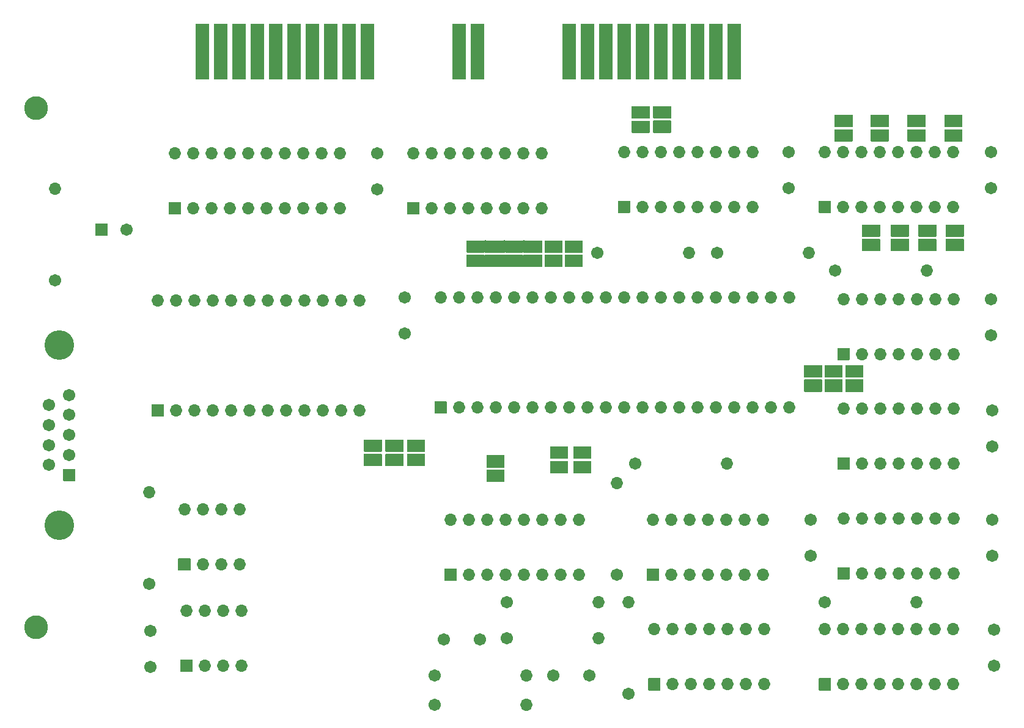
<source format=gts>
G04 #@! TF.GenerationSoftware,KiCad,Pcbnew,5.1.10*
G04 #@! TF.CreationDate,2021-08-06T08:54:22+02:00*
G04 #@! TF.ProjectId,nano,6e616e6f-2e6b-4696-9361-645f70636258,rev?*
G04 #@! TF.SameCoordinates,Original*
G04 #@! TF.FileFunction,Soldermask,Top*
G04 #@! TF.FilePolarity,Negative*
%FSLAX46Y46*%
G04 Gerber Fmt 4.6, Leading zero omitted, Abs format (unit mm)*
G04 Created by KiCad (PCBNEW 5.1.10) date 2021-08-06 08:54:22*
%MOMM*%
%LPD*%
G01*
G04 APERTURE LIST*
%ADD10C,4.102000*%
%ADD11C,1.702000*%
%ADD12C,3.302000*%
%ADD13O,1.702000X1.702000*%
%ADD14C,0.150000*%
G04 APERTURE END LIST*
D10*
X90655000Y-105131000D03*
X90655000Y-80131000D03*
D11*
X89235000Y-88476000D03*
X89235000Y-91246000D03*
X89235000Y-94016000D03*
X89235000Y-96786000D03*
X92075000Y-87091000D03*
X92075000Y-89861000D03*
X92075000Y-92631000D03*
X92075000Y-95401000D03*
G36*
G01*
X91275000Y-97320000D02*
X92875000Y-97320000D01*
G75*
G02*
X92926000Y-97371000I0J-51000D01*
G01*
X92926000Y-98971000D01*
G75*
G02*
X92875000Y-99022000I-51000J0D01*
G01*
X91275000Y-99022000D01*
G75*
G02*
X91224000Y-98971000I0J51000D01*
G01*
X91224000Y-97371000D01*
G75*
G02*
X91275000Y-97320000I51000J0D01*
G01*
G37*
G36*
G01*
X109549000Y-43280000D02*
X109549000Y-35660000D01*
G75*
G02*
X109600000Y-35609000I51000J0D01*
G01*
X111380000Y-35609000D01*
G75*
G02*
X111431000Y-35660000I0J-51000D01*
G01*
X111431000Y-43280000D01*
G75*
G02*
X111380000Y-43331000I-51000J0D01*
G01*
X109600000Y-43331000D01*
G75*
G02*
X109549000Y-43280000I0J51000D01*
G01*
G37*
G36*
G01*
X112089000Y-43280000D02*
X112089000Y-35660000D01*
G75*
G02*
X112140000Y-35609000I51000J0D01*
G01*
X113920000Y-35609000D01*
G75*
G02*
X113971000Y-35660000I0J-51000D01*
G01*
X113971000Y-43280000D01*
G75*
G02*
X113920000Y-43331000I-51000J0D01*
G01*
X112140000Y-43331000D01*
G75*
G02*
X112089000Y-43280000I0J51000D01*
G01*
G37*
G36*
G01*
X114629000Y-43280000D02*
X114629000Y-35660000D01*
G75*
G02*
X114680000Y-35609000I51000J0D01*
G01*
X116460000Y-35609000D01*
G75*
G02*
X116511000Y-35660000I0J-51000D01*
G01*
X116511000Y-43280000D01*
G75*
G02*
X116460000Y-43331000I-51000J0D01*
G01*
X114680000Y-43331000D01*
G75*
G02*
X114629000Y-43280000I0J51000D01*
G01*
G37*
G36*
G01*
X117169000Y-43280000D02*
X117169000Y-35660000D01*
G75*
G02*
X117220000Y-35609000I51000J0D01*
G01*
X119000000Y-35609000D01*
G75*
G02*
X119051000Y-35660000I0J-51000D01*
G01*
X119051000Y-43280000D01*
G75*
G02*
X119000000Y-43331000I-51000J0D01*
G01*
X117220000Y-43331000D01*
G75*
G02*
X117169000Y-43280000I0J51000D01*
G01*
G37*
G36*
G01*
X119709000Y-43280000D02*
X119709000Y-35660000D01*
G75*
G02*
X119760000Y-35609000I51000J0D01*
G01*
X121540000Y-35609000D01*
G75*
G02*
X121591000Y-35660000I0J-51000D01*
G01*
X121591000Y-43280000D01*
G75*
G02*
X121540000Y-43331000I-51000J0D01*
G01*
X119760000Y-43331000D01*
G75*
G02*
X119709000Y-43280000I0J51000D01*
G01*
G37*
G36*
G01*
X122249000Y-43280000D02*
X122249000Y-35660000D01*
G75*
G02*
X122300000Y-35609000I51000J0D01*
G01*
X124080000Y-35609000D01*
G75*
G02*
X124131000Y-35660000I0J-51000D01*
G01*
X124131000Y-43280000D01*
G75*
G02*
X124080000Y-43331000I-51000J0D01*
G01*
X122300000Y-43331000D01*
G75*
G02*
X122249000Y-43280000I0J51000D01*
G01*
G37*
G36*
G01*
X124789000Y-43280000D02*
X124789000Y-35660000D01*
G75*
G02*
X124840000Y-35609000I51000J0D01*
G01*
X126620000Y-35609000D01*
G75*
G02*
X126671000Y-35660000I0J-51000D01*
G01*
X126671000Y-43280000D01*
G75*
G02*
X126620000Y-43331000I-51000J0D01*
G01*
X124840000Y-43331000D01*
G75*
G02*
X124789000Y-43280000I0J51000D01*
G01*
G37*
G36*
G01*
X127329000Y-43280000D02*
X127329000Y-35660000D01*
G75*
G02*
X127380000Y-35609000I51000J0D01*
G01*
X129160000Y-35609000D01*
G75*
G02*
X129211000Y-35660000I0J-51000D01*
G01*
X129211000Y-43280000D01*
G75*
G02*
X129160000Y-43331000I-51000J0D01*
G01*
X127380000Y-43331000D01*
G75*
G02*
X127329000Y-43280000I0J51000D01*
G01*
G37*
G36*
G01*
X129869000Y-43280000D02*
X129869000Y-35660000D01*
G75*
G02*
X129920000Y-35609000I51000J0D01*
G01*
X131700000Y-35609000D01*
G75*
G02*
X131751000Y-35660000I0J-51000D01*
G01*
X131751000Y-43280000D01*
G75*
G02*
X131700000Y-43331000I-51000J0D01*
G01*
X129920000Y-43331000D01*
G75*
G02*
X129869000Y-43280000I0J51000D01*
G01*
G37*
G36*
G01*
X132409000Y-43280000D02*
X132409000Y-35660000D01*
G75*
G02*
X132460000Y-35609000I51000J0D01*
G01*
X134240000Y-35609000D01*
G75*
G02*
X134291000Y-35660000I0J-51000D01*
G01*
X134291000Y-43280000D01*
G75*
G02*
X134240000Y-43331000I-51000J0D01*
G01*
X132460000Y-43331000D01*
G75*
G02*
X132409000Y-43280000I0J51000D01*
G01*
G37*
G36*
G01*
X145109000Y-43280000D02*
X145109000Y-35660000D01*
G75*
G02*
X145160000Y-35609000I51000J0D01*
G01*
X146940000Y-35609000D01*
G75*
G02*
X146991000Y-35660000I0J-51000D01*
G01*
X146991000Y-43280000D01*
G75*
G02*
X146940000Y-43331000I-51000J0D01*
G01*
X145160000Y-43331000D01*
G75*
G02*
X145109000Y-43280000I0J51000D01*
G01*
G37*
G36*
G01*
X147649000Y-43280000D02*
X147649000Y-35660000D01*
G75*
G02*
X147700000Y-35609000I51000J0D01*
G01*
X149480000Y-35609000D01*
G75*
G02*
X149531000Y-35660000I0J-51000D01*
G01*
X149531000Y-43280000D01*
G75*
G02*
X149480000Y-43331000I-51000J0D01*
G01*
X147700000Y-43331000D01*
G75*
G02*
X147649000Y-43280000I0J51000D01*
G01*
G37*
G36*
G01*
X160349000Y-43280000D02*
X160349000Y-35660000D01*
G75*
G02*
X160400000Y-35609000I51000J0D01*
G01*
X162180000Y-35609000D01*
G75*
G02*
X162231000Y-35660000I0J-51000D01*
G01*
X162231000Y-43280000D01*
G75*
G02*
X162180000Y-43331000I-51000J0D01*
G01*
X160400000Y-43331000D01*
G75*
G02*
X160349000Y-43280000I0J51000D01*
G01*
G37*
G36*
G01*
X162889000Y-43280000D02*
X162889000Y-35660000D01*
G75*
G02*
X162940000Y-35609000I51000J0D01*
G01*
X164720000Y-35609000D01*
G75*
G02*
X164771000Y-35660000I0J-51000D01*
G01*
X164771000Y-43280000D01*
G75*
G02*
X164720000Y-43331000I-51000J0D01*
G01*
X162940000Y-43331000D01*
G75*
G02*
X162889000Y-43280000I0J51000D01*
G01*
G37*
G36*
G01*
X165429000Y-43280000D02*
X165429000Y-35660000D01*
G75*
G02*
X165480000Y-35609000I51000J0D01*
G01*
X167260000Y-35609000D01*
G75*
G02*
X167311000Y-35660000I0J-51000D01*
G01*
X167311000Y-43280000D01*
G75*
G02*
X167260000Y-43331000I-51000J0D01*
G01*
X165480000Y-43331000D01*
G75*
G02*
X165429000Y-43280000I0J51000D01*
G01*
G37*
G36*
G01*
X167969000Y-43280000D02*
X167969000Y-35660000D01*
G75*
G02*
X168020000Y-35609000I51000J0D01*
G01*
X169800000Y-35609000D01*
G75*
G02*
X169851000Y-35660000I0J-51000D01*
G01*
X169851000Y-43280000D01*
G75*
G02*
X169800000Y-43331000I-51000J0D01*
G01*
X168020000Y-43331000D01*
G75*
G02*
X167969000Y-43280000I0J51000D01*
G01*
G37*
G36*
G01*
X170509000Y-43280000D02*
X170509000Y-35660000D01*
G75*
G02*
X170560000Y-35609000I51000J0D01*
G01*
X172340000Y-35609000D01*
G75*
G02*
X172391000Y-35660000I0J-51000D01*
G01*
X172391000Y-43280000D01*
G75*
G02*
X172340000Y-43331000I-51000J0D01*
G01*
X170560000Y-43331000D01*
G75*
G02*
X170509000Y-43280000I0J51000D01*
G01*
G37*
G36*
G01*
X173049000Y-43280000D02*
X173049000Y-35660000D01*
G75*
G02*
X173100000Y-35609000I51000J0D01*
G01*
X174880000Y-35609000D01*
G75*
G02*
X174931000Y-35660000I0J-51000D01*
G01*
X174931000Y-43280000D01*
G75*
G02*
X174880000Y-43331000I-51000J0D01*
G01*
X173100000Y-43331000D01*
G75*
G02*
X173049000Y-43280000I0J51000D01*
G01*
G37*
G36*
G01*
X175589000Y-43280000D02*
X175589000Y-35660000D01*
G75*
G02*
X175640000Y-35609000I51000J0D01*
G01*
X177420000Y-35609000D01*
G75*
G02*
X177471000Y-35660000I0J-51000D01*
G01*
X177471000Y-43280000D01*
G75*
G02*
X177420000Y-43331000I-51000J0D01*
G01*
X175640000Y-43331000D01*
G75*
G02*
X175589000Y-43280000I0J51000D01*
G01*
G37*
G36*
G01*
X178129000Y-43280000D02*
X178129000Y-35660000D01*
G75*
G02*
X178180000Y-35609000I51000J0D01*
G01*
X179960000Y-35609000D01*
G75*
G02*
X180011000Y-35660000I0J-51000D01*
G01*
X180011000Y-43280000D01*
G75*
G02*
X179960000Y-43331000I-51000J0D01*
G01*
X178180000Y-43331000D01*
G75*
G02*
X178129000Y-43280000I0J51000D01*
G01*
G37*
G36*
G01*
X180669000Y-43280000D02*
X180669000Y-35660000D01*
G75*
G02*
X180720000Y-35609000I51000J0D01*
G01*
X182500000Y-35609000D01*
G75*
G02*
X182551000Y-35660000I0J-51000D01*
G01*
X182551000Y-43280000D01*
G75*
G02*
X182500000Y-43331000I-51000J0D01*
G01*
X180720000Y-43331000D01*
G75*
G02*
X180669000Y-43280000I0J51000D01*
G01*
G37*
G36*
G01*
X183209000Y-43280000D02*
X183209000Y-35660000D01*
G75*
G02*
X183260000Y-35609000I51000J0D01*
G01*
X185040000Y-35609000D01*
G75*
G02*
X185091000Y-35660000I0J-51000D01*
G01*
X185091000Y-43280000D01*
G75*
G02*
X185040000Y-43331000I-51000J0D01*
G01*
X183260000Y-43331000D01*
G75*
G02*
X183209000Y-43280000I0J51000D01*
G01*
G37*
G36*
G01*
X157537000Y-67351000D02*
X155137000Y-67351000D01*
G75*
G02*
X155086000Y-67300000I0J51000D01*
G01*
X155086000Y-65700000D01*
G75*
G02*
X155137000Y-65649000I51000J0D01*
G01*
X157537000Y-65649000D01*
G75*
G02*
X157588000Y-65700000I0J-51000D01*
G01*
X157588000Y-67300000D01*
G75*
G02*
X157537000Y-67351000I-51000J0D01*
G01*
G37*
G36*
G01*
X157537000Y-69351000D02*
X155137000Y-69351000D01*
G75*
G02*
X155086000Y-69300000I0J51000D01*
G01*
X155086000Y-67700000D01*
G75*
G02*
X155137000Y-67649000I51000J0D01*
G01*
X157537000Y-67649000D01*
G75*
G02*
X157588000Y-67700000I0J-51000D01*
G01*
X157588000Y-69300000D01*
G75*
G02*
X157537000Y-69351000I-51000J0D01*
G01*
G37*
D12*
X87500000Y-47300000D03*
X87500000Y-119300000D03*
D13*
X155400000Y-130000000D03*
D11*
X142700000Y-130000000D03*
D13*
X177900000Y-67400000D03*
D11*
X165200000Y-67400000D03*
D13*
X183100000Y-96600000D03*
D11*
X170400000Y-96600000D03*
D13*
X169500000Y-115800000D03*
D11*
X169500000Y-128500000D03*
D13*
X167900000Y-99300000D03*
D11*
X167900000Y-112000000D03*
X164100000Y-126000000D03*
X159100000Y-126000000D03*
X148900000Y-121000000D03*
X143900000Y-121000000D03*
D13*
X103100000Y-100600000D03*
D11*
X103100000Y-113300000D03*
D13*
X90100000Y-58500000D03*
D11*
X90100000Y-71200000D03*
D13*
X194500000Y-67400000D03*
D11*
X181800000Y-67400000D03*
D13*
X210800000Y-69800000D03*
D11*
X198100000Y-69800000D03*
D13*
X209400000Y-115800000D03*
D11*
X196700000Y-115800000D03*
D13*
X165400000Y-115800000D03*
D11*
X152700000Y-115800000D03*
D13*
X165400000Y-120800000D03*
D11*
X152700000Y-120800000D03*
D13*
X155400000Y-126000000D03*
D11*
X142700000Y-126000000D03*
G36*
G01*
X215700000Y-49951000D02*
X213300000Y-49951000D01*
G75*
G02*
X213249000Y-49900000I0J51000D01*
G01*
X213249000Y-48300000D01*
G75*
G02*
X213300000Y-48249000I51000J0D01*
G01*
X215700000Y-48249000D01*
G75*
G02*
X215751000Y-48300000I0J-51000D01*
G01*
X215751000Y-49900000D01*
G75*
G02*
X215700000Y-49951000I-51000J0D01*
G01*
G37*
G36*
G01*
X215700000Y-51951000D02*
X213300000Y-51951000D01*
G75*
G02*
X213249000Y-51900000I0J51000D01*
G01*
X213249000Y-50300000D01*
G75*
G02*
X213300000Y-50249000I51000J0D01*
G01*
X215700000Y-50249000D01*
G75*
G02*
X215751000Y-50300000I0J-51000D01*
G01*
X215751000Y-51900000D01*
G75*
G02*
X215700000Y-51951000I-51000J0D01*
G01*
G37*
G36*
G01*
X210600000Y-49951000D02*
X208200000Y-49951000D01*
G75*
G02*
X208149000Y-49900000I0J51000D01*
G01*
X208149000Y-48300000D01*
G75*
G02*
X208200000Y-48249000I51000J0D01*
G01*
X210600000Y-48249000D01*
G75*
G02*
X210651000Y-48300000I0J-51000D01*
G01*
X210651000Y-49900000D01*
G75*
G02*
X210600000Y-49951000I-51000J0D01*
G01*
G37*
G36*
G01*
X210600000Y-51951000D02*
X208200000Y-51951000D01*
G75*
G02*
X208149000Y-51900000I0J51000D01*
G01*
X208149000Y-50300000D01*
G75*
G02*
X208200000Y-50249000I51000J0D01*
G01*
X210600000Y-50249000D01*
G75*
G02*
X210651000Y-50300000I0J-51000D01*
G01*
X210651000Y-51900000D01*
G75*
G02*
X210600000Y-51951000I-51000J0D01*
G01*
G37*
G36*
G01*
X205500000Y-49951000D02*
X203100000Y-49951000D01*
G75*
G02*
X203049000Y-49900000I0J51000D01*
G01*
X203049000Y-48300000D01*
G75*
G02*
X203100000Y-48249000I51000J0D01*
G01*
X205500000Y-48249000D01*
G75*
G02*
X205551000Y-48300000I0J-51000D01*
G01*
X205551000Y-49900000D01*
G75*
G02*
X205500000Y-49951000I-51000J0D01*
G01*
G37*
G36*
G01*
X205500000Y-51951000D02*
X203100000Y-51951000D01*
G75*
G02*
X203049000Y-51900000I0J51000D01*
G01*
X203049000Y-50300000D01*
G75*
G02*
X203100000Y-50249000I51000J0D01*
G01*
X205500000Y-50249000D01*
G75*
G02*
X205551000Y-50300000I0J-51000D01*
G01*
X205551000Y-51900000D01*
G75*
G02*
X205500000Y-51951000I-51000J0D01*
G01*
G37*
G36*
G01*
X200500000Y-49951000D02*
X198100000Y-49951000D01*
G75*
G02*
X198049000Y-49900000I0J51000D01*
G01*
X198049000Y-48300000D01*
G75*
G02*
X198100000Y-48249000I51000J0D01*
G01*
X200500000Y-48249000D01*
G75*
G02*
X200551000Y-48300000I0J-51000D01*
G01*
X200551000Y-49900000D01*
G75*
G02*
X200500000Y-49951000I-51000J0D01*
G01*
G37*
G36*
G01*
X200500000Y-51951000D02*
X198100000Y-51951000D01*
G75*
G02*
X198049000Y-51900000I0J51000D01*
G01*
X198049000Y-50300000D01*
G75*
G02*
X198100000Y-50249000I51000J0D01*
G01*
X200500000Y-50249000D01*
G75*
G02*
X200551000Y-50300000I0J-51000D01*
G01*
X200551000Y-51900000D01*
G75*
G02*
X200500000Y-51951000I-51000J0D01*
G01*
G37*
G36*
G01*
X152300000Y-97151000D02*
X149900000Y-97151000D01*
G75*
G02*
X149849000Y-97100000I0J51000D01*
G01*
X149849000Y-95500000D01*
G75*
G02*
X149900000Y-95449000I51000J0D01*
G01*
X152300000Y-95449000D01*
G75*
G02*
X152351000Y-95500000I0J-51000D01*
G01*
X152351000Y-97100000D01*
G75*
G02*
X152300000Y-97151000I-51000J0D01*
G01*
G37*
G36*
G01*
X152300000Y-99151000D02*
X149900000Y-99151000D01*
G75*
G02*
X149849000Y-99100000I0J51000D01*
G01*
X149849000Y-97500000D01*
G75*
G02*
X149900000Y-97449000I51000J0D01*
G01*
X152300000Y-97449000D01*
G75*
G02*
X152351000Y-97500000I0J-51000D01*
G01*
X152351000Y-99100000D01*
G75*
G02*
X152300000Y-99151000I-51000J0D01*
G01*
G37*
G36*
G01*
X141281000Y-94958000D02*
X138881000Y-94958000D01*
G75*
G02*
X138830000Y-94907000I0J51000D01*
G01*
X138830000Y-93307000D01*
G75*
G02*
X138881000Y-93256000I51000J0D01*
G01*
X141281000Y-93256000D01*
G75*
G02*
X141332000Y-93307000I0J-51000D01*
G01*
X141332000Y-94907000D01*
G75*
G02*
X141281000Y-94958000I-51000J0D01*
G01*
G37*
G36*
G01*
X141281000Y-96958000D02*
X138881000Y-96958000D01*
G75*
G02*
X138830000Y-96907000I0J51000D01*
G01*
X138830000Y-95307000D01*
G75*
G02*
X138881000Y-95256000I51000J0D01*
G01*
X141281000Y-95256000D01*
G75*
G02*
X141332000Y-95307000I0J-51000D01*
G01*
X141332000Y-96907000D01*
G75*
G02*
X141281000Y-96958000I-51000J0D01*
G01*
G37*
G36*
G01*
X138300000Y-94951000D02*
X135900000Y-94951000D01*
G75*
G02*
X135849000Y-94900000I0J51000D01*
G01*
X135849000Y-93300000D01*
G75*
G02*
X135900000Y-93249000I51000J0D01*
G01*
X138300000Y-93249000D01*
G75*
G02*
X138351000Y-93300000I0J-51000D01*
G01*
X138351000Y-94900000D01*
G75*
G02*
X138300000Y-94951000I-51000J0D01*
G01*
G37*
G36*
G01*
X138300000Y-96951000D02*
X135900000Y-96951000D01*
G75*
G02*
X135849000Y-96900000I0J51000D01*
G01*
X135849000Y-95300000D01*
G75*
G02*
X135900000Y-95249000I51000J0D01*
G01*
X138300000Y-95249000D01*
G75*
G02*
X138351000Y-95300000I0J-51000D01*
G01*
X138351000Y-96900000D01*
G75*
G02*
X138300000Y-96951000I-51000J0D01*
G01*
G37*
G36*
G01*
X135312000Y-94958000D02*
X132912000Y-94958000D01*
G75*
G02*
X132861000Y-94907000I0J51000D01*
G01*
X132861000Y-93307000D01*
G75*
G02*
X132912000Y-93256000I51000J0D01*
G01*
X135312000Y-93256000D01*
G75*
G02*
X135363000Y-93307000I0J-51000D01*
G01*
X135363000Y-94907000D01*
G75*
G02*
X135312000Y-94958000I-51000J0D01*
G01*
G37*
G36*
G01*
X135312000Y-96958000D02*
X132912000Y-96958000D01*
G75*
G02*
X132861000Y-96907000I0J51000D01*
G01*
X132861000Y-95307000D01*
G75*
G02*
X132912000Y-95256000I51000J0D01*
G01*
X135312000Y-95256000D01*
G75*
G02*
X135363000Y-95307000I0J-51000D01*
G01*
X135363000Y-96907000D01*
G75*
G02*
X135312000Y-96958000I-51000J0D01*
G01*
G37*
G36*
G01*
X163125000Y-67351000D02*
X160725000Y-67351000D01*
G75*
G02*
X160674000Y-67300000I0J51000D01*
G01*
X160674000Y-65700000D01*
G75*
G02*
X160725000Y-65649000I51000J0D01*
G01*
X163125000Y-65649000D01*
G75*
G02*
X163176000Y-65700000I0J-51000D01*
G01*
X163176000Y-67300000D01*
G75*
G02*
X163125000Y-67351000I-51000J0D01*
G01*
G37*
G36*
G01*
X163125000Y-69351000D02*
X160725000Y-69351000D01*
G75*
G02*
X160674000Y-69300000I0J51000D01*
G01*
X160674000Y-67700000D01*
G75*
G02*
X160725000Y-67649000I51000J0D01*
G01*
X163125000Y-67649000D01*
G75*
G02*
X163176000Y-67700000I0J-51000D01*
G01*
X163176000Y-69300000D01*
G75*
G02*
X163125000Y-69351000I-51000J0D01*
G01*
G37*
G36*
G01*
X160331000Y-67351000D02*
X157931000Y-67351000D01*
G75*
G02*
X157880000Y-67300000I0J51000D01*
G01*
X157880000Y-65700000D01*
G75*
G02*
X157931000Y-65649000I51000J0D01*
G01*
X160331000Y-65649000D01*
G75*
G02*
X160382000Y-65700000I0J-51000D01*
G01*
X160382000Y-67300000D01*
G75*
G02*
X160331000Y-67351000I-51000J0D01*
G01*
G37*
G36*
G01*
X160331000Y-69351000D02*
X157931000Y-69351000D01*
G75*
G02*
X157880000Y-69300000I0J51000D01*
G01*
X157880000Y-67700000D01*
G75*
G02*
X157931000Y-67649000I51000J0D01*
G01*
X160331000Y-67649000D01*
G75*
G02*
X160382000Y-67700000I0J-51000D01*
G01*
X160382000Y-69300000D01*
G75*
G02*
X160331000Y-69351000I-51000J0D01*
G01*
G37*
G36*
G01*
X154870000Y-67351000D02*
X152470000Y-67351000D01*
G75*
G02*
X152419000Y-67300000I0J51000D01*
G01*
X152419000Y-65700000D01*
G75*
G02*
X152470000Y-65649000I51000J0D01*
G01*
X154870000Y-65649000D01*
G75*
G02*
X154921000Y-65700000I0J-51000D01*
G01*
X154921000Y-67300000D01*
G75*
G02*
X154870000Y-67351000I-51000J0D01*
G01*
G37*
G36*
G01*
X154870000Y-69351000D02*
X152470000Y-69351000D01*
G75*
G02*
X152419000Y-69300000I0J51000D01*
G01*
X152419000Y-67700000D01*
G75*
G02*
X152470000Y-67649000I51000J0D01*
G01*
X154870000Y-67649000D01*
G75*
G02*
X154921000Y-67700000I0J-51000D01*
G01*
X154921000Y-69300000D01*
G75*
G02*
X154870000Y-69351000I-51000J0D01*
G01*
G37*
G36*
G01*
X152203000Y-67351000D02*
X149803000Y-67351000D01*
G75*
G02*
X149752000Y-67300000I0J51000D01*
G01*
X149752000Y-65700000D01*
G75*
G02*
X149803000Y-65649000I51000J0D01*
G01*
X152203000Y-65649000D01*
G75*
G02*
X152254000Y-65700000I0J-51000D01*
G01*
X152254000Y-67300000D01*
G75*
G02*
X152203000Y-67351000I-51000J0D01*
G01*
G37*
G36*
G01*
X152203000Y-69351000D02*
X149803000Y-69351000D01*
G75*
G02*
X149752000Y-69300000I0J51000D01*
G01*
X149752000Y-67700000D01*
G75*
G02*
X149803000Y-67649000I51000J0D01*
G01*
X152203000Y-67649000D01*
G75*
G02*
X152254000Y-67700000I0J-51000D01*
G01*
X152254000Y-69300000D01*
G75*
G02*
X152203000Y-69351000I-51000J0D01*
G01*
G37*
G36*
G01*
X149536000Y-67351000D02*
X147136000Y-67351000D01*
G75*
G02*
X147085000Y-67300000I0J51000D01*
G01*
X147085000Y-65700000D01*
G75*
G02*
X147136000Y-65649000I51000J0D01*
G01*
X149536000Y-65649000D01*
G75*
G02*
X149587000Y-65700000I0J-51000D01*
G01*
X149587000Y-67300000D01*
G75*
G02*
X149536000Y-67351000I-51000J0D01*
G01*
G37*
G36*
G01*
X149536000Y-69351000D02*
X147136000Y-69351000D01*
G75*
G02*
X147085000Y-69300000I0J51000D01*
G01*
X147085000Y-67700000D01*
G75*
G02*
X147136000Y-67649000I51000J0D01*
G01*
X149536000Y-67649000D01*
G75*
G02*
X149587000Y-67700000I0J-51000D01*
G01*
X149587000Y-69300000D01*
G75*
G02*
X149536000Y-69351000I-51000J0D01*
G01*
G37*
G36*
G01*
X164300000Y-95951000D02*
X161900000Y-95951000D01*
G75*
G02*
X161849000Y-95900000I0J51000D01*
G01*
X161849000Y-94300000D01*
G75*
G02*
X161900000Y-94249000I51000J0D01*
G01*
X164300000Y-94249000D01*
G75*
G02*
X164351000Y-94300000I0J-51000D01*
G01*
X164351000Y-95900000D01*
G75*
G02*
X164300000Y-95951000I-51000J0D01*
G01*
G37*
G36*
G01*
X164300000Y-97951000D02*
X161900000Y-97951000D01*
G75*
G02*
X161849000Y-97900000I0J51000D01*
G01*
X161849000Y-96300000D01*
G75*
G02*
X161900000Y-96249000I51000J0D01*
G01*
X164300000Y-96249000D01*
G75*
G02*
X164351000Y-96300000I0J-51000D01*
G01*
X164351000Y-97900000D01*
G75*
G02*
X164300000Y-97951000I-51000J0D01*
G01*
G37*
G36*
G01*
X161100000Y-95951000D02*
X158700000Y-95951000D01*
G75*
G02*
X158649000Y-95900000I0J51000D01*
G01*
X158649000Y-94300000D01*
G75*
G02*
X158700000Y-94249000I51000J0D01*
G01*
X161100000Y-94249000D01*
G75*
G02*
X161151000Y-94300000I0J-51000D01*
G01*
X161151000Y-95900000D01*
G75*
G02*
X161100000Y-95951000I-51000J0D01*
G01*
G37*
G36*
G01*
X161100000Y-97951000D02*
X158700000Y-97951000D01*
G75*
G02*
X158649000Y-97900000I0J51000D01*
G01*
X158649000Y-96300000D01*
G75*
G02*
X158700000Y-96249000I51000J0D01*
G01*
X161100000Y-96249000D01*
G75*
G02*
X161151000Y-96300000I0J-51000D01*
G01*
X161151000Y-97900000D01*
G75*
G02*
X161100000Y-97951000I-51000J0D01*
G01*
G37*
G36*
G01*
X175380500Y-48751000D02*
X172980500Y-48751000D01*
G75*
G02*
X172929500Y-48700000I0J51000D01*
G01*
X172929500Y-47100000D01*
G75*
G02*
X172980500Y-47049000I51000J0D01*
G01*
X175380500Y-47049000D01*
G75*
G02*
X175431500Y-47100000I0J-51000D01*
G01*
X175431500Y-48700000D01*
G75*
G02*
X175380500Y-48751000I-51000J0D01*
G01*
G37*
G36*
G01*
X175380500Y-50751000D02*
X172980500Y-50751000D01*
G75*
G02*
X172929500Y-50700000I0J51000D01*
G01*
X172929500Y-49100000D01*
G75*
G02*
X172980500Y-49049000I51000J0D01*
G01*
X175380500Y-49049000D01*
G75*
G02*
X175431500Y-49100000I0J-51000D01*
G01*
X175431500Y-50700000D01*
G75*
G02*
X175380500Y-50751000I-51000J0D01*
G01*
G37*
G36*
G01*
X172396000Y-48762000D02*
X169996000Y-48762000D01*
G75*
G02*
X169945000Y-48711000I0J51000D01*
G01*
X169945000Y-47111000D01*
G75*
G02*
X169996000Y-47060000I51000J0D01*
G01*
X172396000Y-47060000D01*
G75*
G02*
X172447000Y-47111000I0J-51000D01*
G01*
X172447000Y-48711000D01*
G75*
G02*
X172396000Y-48762000I-51000J0D01*
G01*
G37*
G36*
G01*
X172396000Y-50762000D02*
X169996000Y-50762000D01*
G75*
G02*
X169945000Y-50711000I0J51000D01*
G01*
X169945000Y-49111000D01*
G75*
G02*
X169996000Y-49060000I51000J0D01*
G01*
X172396000Y-49060000D01*
G75*
G02*
X172447000Y-49111000I0J-51000D01*
G01*
X172447000Y-50711000D01*
G75*
G02*
X172396000Y-50762000I-51000J0D01*
G01*
G37*
G36*
G01*
X215900000Y-65151000D02*
X213500000Y-65151000D01*
G75*
G02*
X213449000Y-65100000I0J51000D01*
G01*
X213449000Y-63500000D01*
G75*
G02*
X213500000Y-63449000I51000J0D01*
G01*
X215900000Y-63449000D01*
G75*
G02*
X215951000Y-63500000I0J-51000D01*
G01*
X215951000Y-65100000D01*
G75*
G02*
X215900000Y-65151000I-51000J0D01*
G01*
G37*
G36*
G01*
X215900000Y-67151000D02*
X213500000Y-67151000D01*
G75*
G02*
X213449000Y-67100000I0J51000D01*
G01*
X213449000Y-65500000D01*
G75*
G02*
X213500000Y-65449000I51000J0D01*
G01*
X215900000Y-65449000D01*
G75*
G02*
X215951000Y-65500000I0J-51000D01*
G01*
X215951000Y-67100000D01*
G75*
G02*
X215900000Y-67151000I-51000J0D01*
G01*
G37*
G36*
G01*
X212100000Y-65151000D02*
X209700000Y-65151000D01*
G75*
G02*
X209649000Y-65100000I0J51000D01*
G01*
X209649000Y-63500000D01*
G75*
G02*
X209700000Y-63449000I51000J0D01*
G01*
X212100000Y-63449000D01*
G75*
G02*
X212151000Y-63500000I0J-51000D01*
G01*
X212151000Y-65100000D01*
G75*
G02*
X212100000Y-65151000I-51000J0D01*
G01*
G37*
G36*
G01*
X212100000Y-67151000D02*
X209700000Y-67151000D01*
G75*
G02*
X209649000Y-67100000I0J51000D01*
G01*
X209649000Y-65500000D01*
G75*
G02*
X209700000Y-65449000I51000J0D01*
G01*
X212100000Y-65449000D01*
G75*
G02*
X212151000Y-65500000I0J-51000D01*
G01*
X212151000Y-67100000D01*
G75*
G02*
X212100000Y-67151000I-51000J0D01*
G01*
G37*
G36*
G01*
X208300000Y-65151000D02*
X205900000Y-65151000D01*
G75*
G02*
X205849000Y-65100000I0J51000D01*
G01*
X205849000Y-63500000D01*
G75*
G02*
X205900000Y-63449000I51000J0D01*
G01*
X208300000Y-63449000D01*
G75*
G02*
X208351000Y-63500000I0J-51000D01*
G01*
X208351000Y-65100000D01*
G75*
G02*
X208300000Y-65151000I-51000J0D01*
G01*
G37*
G36*
G01*
X208300000Y-67151000D02*
X205900000Y-67151000D01*
G75*
G02*
X205849000Y-67100000I0J51000D01*
G01*
X205849000Y-65500000D01*
G75*
G02*
X205900000Y-65449000I51000J0D01*
G01*
X208300000Y-65449000D01*
G75*
G02*
X208351000Y-65500000I0J-51000D01*
G01*
X208351000Y-67100000D01*
G75*
G02*
X208300000Y-67151000I-51000J0D01*
G01*
G37*
G36*
G01*
X204300000Y-65151000D02*
X201900000Y-65151000D01*
G75*
G02*
X201849000Y-65100000I0J51000D01*
G01*
X201849000Y-63500000D01*
G75*
G02*
X201900000Y-63449000I51000J0D01*
G01*
X204300000Y-63449000D01*
G75*
G02*
X204351000Y-63500000I0J-51000D01*
G01*
X204351000Y-65100000D01*
G75*
G02*
X204300000Y-65151000I-51000J0D01*
G01*
G37*
G36*
G01*
X204300000Y-67151000D02*
X201900000Y-67151000D01*
G75*
G02*
X201849000Y-67100000I0J51000D01*
G01*
X201849000Y-65500000D01*
G75*
G02*
X201900000Y-65449000I51000J0D01*
G01*
X204300000Y-65449000D01*
G75*
G02*
X204351000Y-65500000I0J-51000D01*
G01*
X204351000Y-67100000D01*
G75*
G02*
X204300000Y-67151000I-51000J0D01*
G01*
G37*
G36*
G01*
X201987000Y-84651000D02*
X199587000Y-84651000D01*
G75*
G02*
X199536000Y-84600000I0J51000D01*
G01*
X199536000Y-83000000D01*
G75*
G02*
X199587000Y-82949000I51000J0D01*
G01*
X201987000Y-82949000D01*
G75*
G02*
X202038000Y-83000000I0J-51000D01*
G01*
X202038000Y-84600000D01*
G75*
G02*
X201987000Y-84651000I-51000J0D01*
G01*
G37*
G36*
G01*
X201987000Y-86651000D02*
X199587000Y-86651000D01*
G75*
G02*
X199536000Y-86600000I0J51000D01*
G01*
X199536000Y-85000000D01*
G75*
G02*
X199587000Y-84949000I51000J0D01*
G01*
X201987000Y-84949000D01*
G75*
G02*
X202038000Y-85000000I0J-51000D01*
G01*
X202038000Y-86600000D01*
G75*
G02*
X201987000Y-86651000I-51000J0D01*
G01*
G37*
G36*
G01*
X199129500Y-84651000D02*
X196729500Y-84651000D01*
G75*
G02*
X196678500Y-84600000I0J51000D01*
G01*
X196678500Y-83000000D01*
G75*
G02*
X196729500Y-82949000I51000J0D01*
G01*
X199129500Y-82949000D01*
G75*
G02*
X199180500Y-83000000I0J-51000D01*
G01*
X199180500Y-84600000D01*
G75*
G02*
X199129500Y-84651000I-51000J0D01*
G01*
G37*
G36*
G01*
X199129500Y-86651000D02*
X196729500Y-86651000D01*
G75*
G02*
X196678500Y-86600000I0J51000D01*
G01*
X196678500Y-85000000D01*
G75*
G02*
X196729500Y-84949000I51000J0D01*
G01*
X199129500Y-84949000D01*
G75*
G02*
X199180500Y-85000000I0J-51000D01*
G01*
X199180500Y-86600000D01*
G75*
G02*
X199129500Y-86651000I-51000J0D01*
G01*
G37*
G36*
G01*
X196272000Y-84651000D02*
X193872000Y-84651000D01*
G75*
G02*
X193821000Y-84600000I0J51000D01*
G01*
X193821000Y-83000000D01*
G75*
G02*
X193872000Y-82949000I51000J0D01*
G01*
X196272000Y-82949000D01*
G75*
G02*
X196323000Y-83000000I0J-51000D01*
G01*
X196323000Y-84600000D01*
G75*
G02*
X196272000Y-84651000I-51000J0D01*
G01*
G37*
G36*
G01*
X196272000Y-86651000D02*
X193872000Y-86651000D01*
G75*
G02*
X193821000Y-86600000I0J51000D01*
G01*
X193821000Y-85000000D01*
G75*
G02*
X193872000Y-84949000I51000J0D01*
G01*
X196272000Y-84949000D01*
G75*
G02*
X196323000Y-85000000I0J-51000D01*
G01*
X196323000Y-86600000D01*
G75*
G02*
X196272000Y-86651000I-51000J0D01*
G01*
G37*
X138500000Y-73600000D03*
X138500000Y-78600000D03*
X134700000Y-53600000D03*
X134700000Y-58600000D03*
X191700000Y-53400000D03*
X191700000Y-58400000D03*
X103300000Y-124800000D03*
X103300000Y-119800000D03*
X194700000Y-104400000D03*
X194700000Y-109400000D03*
X220100000Y-119600000D03*
X220100000Y-124600000D03*
X219900000Y-104400000D03*
X219900000Y-109400000D03*
X219900000Y-89200000D03*
X219900000Y-94200000D03*
X219700000Y-73800000D03*
X219700000Y-78800000D03*
X219700000Y-53400000D03*
X219700000Y-58400000D03*
D13*
X173100000Y-119580000D03*
X188340000Y-127200000D03*
X175640000Y-119580000D03*
X185800000Y-127200000D03*
X178180000Y-119580000D03*
X183260000Y-127200000D03*
X180720000Y-119580000D03*
X180720000Y-127200000D03*
X183260000Y-119580000D03*
X178180000Y-127200000D03*
X185800000Y-119580000D03*
X175640000Y-127200000D03*
X188340000Y-119580000D03*
G36*
G01*
X173900000Y-128051000D02*
X172300000Y-128051000D01*
G75*
G02*
X172249000Y-128000000I0J51000D01*
G01*
X172249000Y-126400000D01*
G75*
G02*
X172300000Y-126349000I51000J0D01*
G01*
X173900000Y-126349000D01*
G75*
G02*
X173951000Y-126400000I0J-51000D01*
G01*
X173951000Y-128000000D01*
G75*
G02*
X173900000Y-128051000I-51000J0D01*
G01*
G37*
X196700000Y-119580000D03*
X214480000Y-127200000D03*
X199240000Y-119580000D03*
X211940000Y-127200000D03*
X201780000Y-119580000D03*
X209400000Y-127200000D03*
X204320000Y-119580000D03*
X206860000Y-127200000D03*
X206860000Y-119580000D03*
X204320000Y-127200000D03*
X209400000Y-119580000D03*
X201780000Y-127200000D03*
X211940000Y-119580000D03*
X199240000Y-127200000D03*
X214480000Y-119580000D03*
G36*
G01*
X197500000Y-128051000D02*
X195900000Y-128051000D01*
G75*
G02*
X195849000Y-128000000I0J51000D01*
G01*
X195849000Y-126400000D01*
G75*
G02*
X195900000Y-126349000I51000J0D01*
G01*
X197500000Y-126349000D01*
G75*
G02*
X197551000Y-126400000I0J-51000D01*
G01*
X197551000Y-128000000D01*
G75*
G02*
X197500000Y-128051000I-51000J0D01*
G01*
G37*
X144900000Y-104380000D03*
X162680000Y-112000000D03*
X147440000Y-104380000D03*
X160140000Y-112000000D03*
X149980000Y-104380000D03*
X157600000Y-112000000D03*
X152520000Y-104380000D03*
X155060000Y-112000000D03*
X155060000Y-104380000D03*
X152520000Y-112000000D03*
X157600000Y-104380000D03*
X149980000Y-112000000D03*
X160140000Y-104380000D03*
X147440000Y-112000000D03*
X162680000Y-104380000D03*
G36*
G01*
X145700000Y-112851000D02*
X144100000Y-112851000D01*
G75*
G02*
X144049000Y-112800000I0J51000D01*
G01*
X144049000Y-111200000D01*
G75*
G02*
X144100000Y-111149000I51000J0D01*
G01*
X145700000Y-111149000D01*
G75*
G02*
X145751000Y-111200000I0J-51000D01*
G01*
X145751000Y-112800000D01*
G75*
G02*
X145700000Y-112851000I-51000J0D01*
G01*
G37*
X172900000Y-104380000D03*
X188140000Y-112000000D03*
X175440000Y-104380000D03*
X185600000Y-112000000D03*
X177980000Y-104380000D03*
X183060000Y-112000000D03*
X180520000Y-104380000D03*
X180520000Y-112000000D03*
X183060000Y-104380000D03*
X177980000Y-112000000D03*
X185600000Y-104380000D03*
X175440000Y-112000000D03*
X188140000Y-104380000D03*
G36*
G01*
X173700000Y-112851000D02*
X172100000Y-112851000D01*
G75*
G02*
X172049000Y-112800000I0J51000D01*
G01*
X172049000Y-111200000D01*
G75*
G02*
X172100000Y-111149000I51000J0D01*
G01*
X173700000Y-111149000D01*
G75*
G02*
X173751000Y-111200000I0J-51000D01*
G01*
X173751000Y-112800000D01*
G75*
G02*
X173700000Y-112851000I-51000J0D01*
G01*
G37*
X199300000Y-104180000D03*
X214540000Y-111800000D03*
X201840000Y-104180000D03*
X212000000Y-111800000D03*
X204380000Y-104180000D03*
X209460000Y-111800000D03*
X206920000Y-104180000D03*
X206920000Y-111800000D03*
X209460000Y-104180000D03*
X204380000Y-111800000D03*
X212000000Y-104180000D03*
X201840000Y-111800000D03*
X214540000Y-104180000D03*
G36*
G01*
X200100000Y-112651000D02*
X198500000Y-112651000D01*
G75*
G02*
X198449000Y-112600000I0J51000D01*
G01*
X198449000Y-111000000D01*
G75*
G02*
X198500000Y-110949000I51000J0D01*
G01*
X200100000Y-110949000D01*
G75*
G02*
X200151000Y-111000000I0J-51000D01*
G01*
X200151000Y-112600000D01*
G75*
G02*
X200100000Y-112651000I-51000J0D01*
G01*
G37*
X199300000Y-88980000D03*
X214540000Y-96600000D03*
X201840000Y-88980000D03*
X212000000Y-96600000D03*
X204380000Y-88980000D03*
X209460000Y-96600000D03*
X206920000Y-88980000D03*
X206920000Y-96600000D03*
X209460000Y-88980000D03*
X204380000Y-96600000D03*
X212000000Y-88980000D03*
X201840000Y-96600000D03*
X214540000Y-88980000D03*
G36*
G01*
X200100000Y-97451000D02*
X198500000Y-97451000D01*
G75*
G02*
X198449000Y-97400000I0J51000D01*
G01*
X198449000Y-95800000D01*
G75*
G02*
X198500000Y-95749000I51000J0D01*
G01*
X200100000Y-95749000D01*
G75*
G02*
X200151000Y-95800000I0J-51000D01*
G01*
X200151000Y-97400000D01*
G75*
G02*
X200100000Y-97451000I-51000J0D01*
G01*
G37*
X199300000Y-73780000D03*
X214540000Y-81400000D03*
X201840000Y-73780000D03*
X212000000Y-81400000D03*
X204380000Y-73780000D03*
X209460000Y-81400000D03*
X206920000Y-73780000D03*
X206920000Y-81400000D03*
X209460000Y-73780000D03*
X204380000Y-81400000D03*
X212000000Y-73780000D03*
X201840000Y-81400000D03*
X214540000Y-73780000D03*
G36*
G01*
X200100000Y-82251000D02*
X198500000Y-82251000D01*
G75*
G02*
X198449000Y-82200000I0J51000D01*
G01*
X198449000Y-80600000D01*
G75*
G02*
X198500000Y-80549000I51000J0D01*
G01*
X200100000Y-80549000D01*
G75*
G02*
X200151000Y-80600000I0J-51000D01*
G01*
X200151000Y-82200000D01*
G75*
G02*
X200100000Y-82251000I-51000J0D01*
G01*
G37*
X196700000Y-53380000D03*
X214480000Y-61000000D03*
X199240000Y-53380000D03*
X211940000Y-61000000D03*
X201780000Y-53380000D03*
X209400000Y-61000000D03*
X204320000Y-53380000D03*
X206860000Y-61000000D03*
X206860000Y-53380000D03*
X204320000Y-61000000D03*
X209400000Y-53380000D03*
X201780000Y-61000000D03*
X211940000Y-53380000D03*
X199240000Y-61000000D03*
X214480000Y-53380000D03*
G36*
G01*
X197500000Y-61851000D02*
X195900000Y-61851000D01*
G75*
G02*
X195849000Y-61800000I0J51000D01*
G01*
X195849000Y-60200000D01*
G75*
G02*
X195900000Y-60149000I51000J0D01*
G01*
X197500000Y-60149000D01*
G75*
G02*
X197551000Y-60200000I0J-51000D01*
G01*
X197551000Y-61800000D01*
G75*
G02*
X197500000Y-61851000I-51000J0D01*
G01*
G37*
X168900000Y-53380000D03*
X186680000Y-61000000D03*
X171440000Y-53380000D03*
X184140000Y-61000000D03*
X173980000Y-53380000D03*
X181600000Y-61000000D03*
X176520000Y-53380000D03*
X179060000Y-61000000D03*
X179060000Y-53380000D03*
X176520000Y-61000000D03*
X181600000Y-53380000D03*
X173980000Y-61000000D03*
X184140000Y-53380000D03*
X171440000Y-61000000D03*
X186680000Y-53380000D03*
G36*
G01*
X169700000Y-61851000D02*
X168100000Y-61851000D01*
G75*
G02*
X168049000Y-61800000I0J51000D01*
G01*
X168049000Y-60200000D01*
G75*
G02*
X168100000Y-60149000I51000J0D01*
G01*
X169700000Y-60149000D01*
G75*
G02*
X169751000Y-60200000I0J-51000D01*
G01*
X169751000Y-61800000D01*
G75*
G02*
X169700000Y-61851000I-51000J0D01*
G01*
G37*
X139700000Y-53580000D03*
X157480000Y-61200000D03*
X142240000Y-53580000D03*
X154940000Y-61200000D03*
X144780000Y-53580000D03*
X152400000Y-61200000D03*
X147320000Y-53580000D03*
X149860000Y-61200000D03*
X149860000Y-53580000D03*
X147320000Y-61200000D03*
X152400000Y-53580000D03*
X144780000Y-61200000D03*
X154940000Y-53580000D03*
X142240000Y-61200000D03*
X157480000Y-53580000D03*
G36*
G01*
X140500000Y-62051000D02*
X138900000Y-62051000D01*
G75*
G02*
X138849000Y-62000000I0J51000D01*
G01*
X138849000Y-60400000D01*
G75*
G02*
X138900000Y-60349000I51000J0D01*
G01*
X140500000Y-60349000D01*
G75*
G02*
X140551000Y-60400000I0J-51000D01*
G01*
X140551000Y-62000000D01*
G75*
G02*
X140500000Y-62051000I-51000J0D01*
G01*
G37*
X106700000Y-53600000D03*
X129560000Y-61220000D03*
X109240000Y-53600000D03*
X127020000Y-61220000D03*
X111780000Y-53600000D03*
X124480000Y-61220000D03*
X114320000Y-53600000D03*
X121940000Y-61220000D03*
X116860000Y-53600000D03*
X119400000Y-61220000D03*
X119400000Y-53600000D03*
X116860000Y-61220000D03*
X121940000Y-53600000D03*
X114320000Y-61220000D03*
X124480000Y-53600000D03*
X111780000Y-61220000D03*
X127020000Y-53600000D03*
X109240000Y-61220000D03*
X129560000Y-53600000D03*
G36*
G01*
X107500000Y-62071000D02*
X105900000Y-62071000D01*
G75*
G02*
X105849000Y-62020000I0J51000D01*
G01*
X105849000Y-60420000D01*
G75*
G02*
X105900000Y-60369000I51000J0D01*
G01*
X107500000Y-60369000D01*
G75*
G02*
X107551000Y-60420000I0J-51000D01*
G01*
X107551000Y-62020000D01*
G75*
G02*
X107500000Y-62071000I-51000J0D01*
G01*
G37*
X104300000Y-73960000D03*
X132240000Y-89200000D03*
X106840000Y-73960000D03*
X129700000Y-89200000D03*
X109380000Y-73960000D03*
X127160000Y-89200000D03*
X111920000Y-73960000D03*
X124620000Y-89200000D03*
X114460000Y-73960000D03*
X122080000Y-89200000D03*
X117000000Y-73960000D03*
X119540000Y-89200000D03*
X119540000Y-73960000D03*
X117000000Y-89200000D03*
X122080000Y-73960000D03*
X114460000Y-89200000D03*
X124620000Y-73960000D03*
X111920000Y-89200000D03*
X127160000Y-73960000D03*
X109380000Y-89200000D03*
X129700000Y-73960000D03*
X106840000Y-89200000D03*
X132240000Y-73960000D03*
G36*
G01*
X105100000Y-90051000D02*
X103500000Y-90051000D01*
G75*
G02*
X103449000Y-90000000I0J51000D01*
G01*
X103449000Y-88400000D01*
G75*
G02*
X103500000Y-88349000I51000J0D01*
G01*
X105100000Y-88349000D01*
G75*
G02*
X105151000Y-88400000I0J-51000D01*
G01*
X105151000Y-90000000D01*
G75*
G02*
X105100000Y-90051000I-51000J0D01*
G01*
G37*
X108300000Y-116980000D03*
X115920000Y-124600000D03*
X110840000Y-116980000D03*
X113380000Y-124600000D03*
X113380000Y-116980000D03*
X110840000Y-124600000D03*
X115920000Y-116980000D03*
G36*
G01*
X109100000Y-125451000D02*
X107500000Y-125451000D01*
G75*
G02*
X107449000Y-125400000I0J51000D01*
G01*
X107449000Y-123800000D01*
G75*
G02*
X107500000Y-123749000I51000J0D01*
G01*
X109100000Y-123749000D01*
G75*
G02*
X109151000Y-123800000I0J-51000D01*
G01*
X109151000Y-125400000D01*
G75*
G02*
X109100000Y-125451000I-51000J0D01*
G01*
G37*
X108000000Y-102980000D03*
X115620000Y-110600000D03*
X110540000Y-102980000D03*
X113080000Y-110600000D03*
X113080000Y-102980000D03*
X110540000Y-110600000D03*
X115620000Y-102980000D03*
G36*
G01*
X108800000Y-111451000D02*
X107200000Y-111451000D01*
G75*
G02*
X107149000Y-111400000I0J51000D01*
G01*
X107149000Y-109800000D01*
G75*
G02*
X107200000Y-109749000I51000J0D01*
G01*
X108800000Y-109749000D01*
G75*
G02*
X108851000Y-109800000I0J-51000D01*
G01*
X108851000Y-111400000D01*
G75*
G02*
X108800000Y-111451000I-51000J0D01*
G01*
G37*
X143500000Y-73600000D03*
X191760000Y-88840000D03*
X146040000Y-73600000D03*
X189220000Y-88840000D03*
X148580000Y-73600000D03*
X186680000Y-88840000D03*
X151120000Y-73600000D03*
X184140000Y-88840000D03*
X153660000Y-73600000D03*
X181600000Y-88840000D03*
X156200000Y-73600000D03*
X179060000Y-88840000D03*
X158740000Y-73600000D03*
X176520000Y-88840000D03*
X161280000Y-73600000D03*
X173980000Y-88840000D03*
X163820000Y-73600000D03*
X171440000Y-88840000D03*
X166360000Y-73600000D03*
X168900000Y-88840000D03*
X168900000Y-73600000D03*
X166360000Y-88840000D03*
X171440000Y-73600000D03*
X163820000Y-88840000D03*
X173980000Y-73600000D03*
X161280000Y-88840000D03*
X176520000Y-73600000D03*
X158740000Y-88840000D03*
X179060000Y-73600000D03*
X156200000Y-88840000D03*
X181600000Y-73600000D03*
X153660000Y-88840000D03*
X184140000Y-73600000D03*
X151120000Y-88840000D03*
X186680000Y-73600000D03*
X148580000Y-88840000D03*
X189220000Y-73600000D03*
X146040000Y-88840000D03*
X191760000Y-73600000D03*
G36*
G01*
X144300000Y-89691000D02*
X142700000Y-89691000D01*
G75*
G02*
X142649000Y-89640000I0J51000D01*
G01*
X142649000Y-88040000D01*
G75*
G02*
X142700000Y-87989000I51000J0D01*
G01*
X144300000Y-87989000D01*
G75*
G02*
X144351000Y-88040000I0J-51000D01*
G01*
X144351000Y-89640000D01*
G75*
G02*
X144300000Y-89691000I-51000J0D01*
G01*
G37*
G36*
G01*
X95669000Y-64935000D02*
X95669000Y-63335000D01*
G75*
G02*
X95720000Y-63284000I51000J0D01*
G01*
X97320000Y-63284000D01*
G75*
G02*
X97371000Y-63335000I0J-51000D01*
G01*
X97371000Y-64935000D01*
G75*
G02*
X97320000Y-64986000I-51000J0D01*
G01*
X95720000Y-64986000D01*
G75*
G02*
X95669000Y-64935000I0J51000D01*
G01*
G37*
D11*
X100020000Y-64135000D03*
D14*
G36*
X155087732Y-67648000D02*
G01*
X155088000Y-67649000D01*
X155088000Y-69351000D01*
X155087000Y-69352732D01*
X155086000Y-69353000D01*
X154921000Y-69353000D01*
X154919268Y-69352000D01*
X154919000Y-69351000D01*
X154919000Y-67649000D01*
X154920000Y-67647268D01*
X154921000Y-67647000D01*
X155086000Y-67647000D01*
X155087732Y-67648000D01*
G37*
G36*
X152420732Y-67648000D02*
G01*
X152421000Y-67649000D01*
X152421000Y-69351000D01*
X152420000Y-69352732D01*
X152419000Y-69353000D01*
X152254000Y-69353000D01*
X152252268Y-69352000D01*
X152252000Y-69351000D01*
X152252000Y-67649000D01*
X152253000Y-67647268D01*
X152254000Y-67647000D01*
X152419000Y-67647000D01*
X152420732Y-67648000D01*
G37*
G36*
X149753732Y-67648000D02*
G01*
X149754000Y-67649000D01*
X149754000Y-69351000D01*
X149753000Y-69352732D01*
X149752000Y-69353000D01*
X149587000Y-69353000D01*
X149585268Y-69352000D01*
X149585000Y-69351000D01*
X149585000Y-67649000D01*
X149586000Y-67647268D01*
X149587000Y-67647000D01*
X149752000Y-67647000D01*
X149753732Y-67648000D01*
G37*
G36*
X155087732Y-65648000D02*
G01*
X155088000Y-65649000D01*
X155088000Y-67351000D01*
X155087000Y-67352732D01*
X155086000Y-67353000D01*
X154921000Y-67353000D01*
X154919268Y-67352000D01*
X154919000Y-67351000D01*
X154919000Y-65649000D01*
X154920000Y-65647268D01*
X154921000Y-65647000D01*
X155086000Y-65647000D01*
X155087732Y-65648000D01*
G37*
G36*
X152420732Y-65648000D02*
G01*
X152421000Y-65649000D01*
X152421000Y-67351000D01*
X152420000Y-67352732D01*
X152419000Y-67353000D01*
X152254000Y-67353000D01*
X152252268Y-67352000D01*
X152252000Y-67351000D01*
X152252000Y-65649000D01*
X152253000Y-65647268D01*
X152254000Y-65647000D01*
X152419000Y-65647000D01*
X152420732Y-65648000D01*
G37*
G36*
X149753732Y-65648000D02*
G01*
X149754000Y-65649000D01*
X149754000Y-67351000D01*
X149753000Y-67352732D01*
X149752000Y-67353000D01*
X149587000Y-67353000D01*
X149585268Y-67352000D01*
X149585000Y-67351000D01*
X149585000Y-65649000D01*
X149586000Y-65647268D01*
X149587000Y-65647000D01*
X149752000Y-65647000D01*
X149753732Y-65648000D01*
G37*
M02*

</source>
